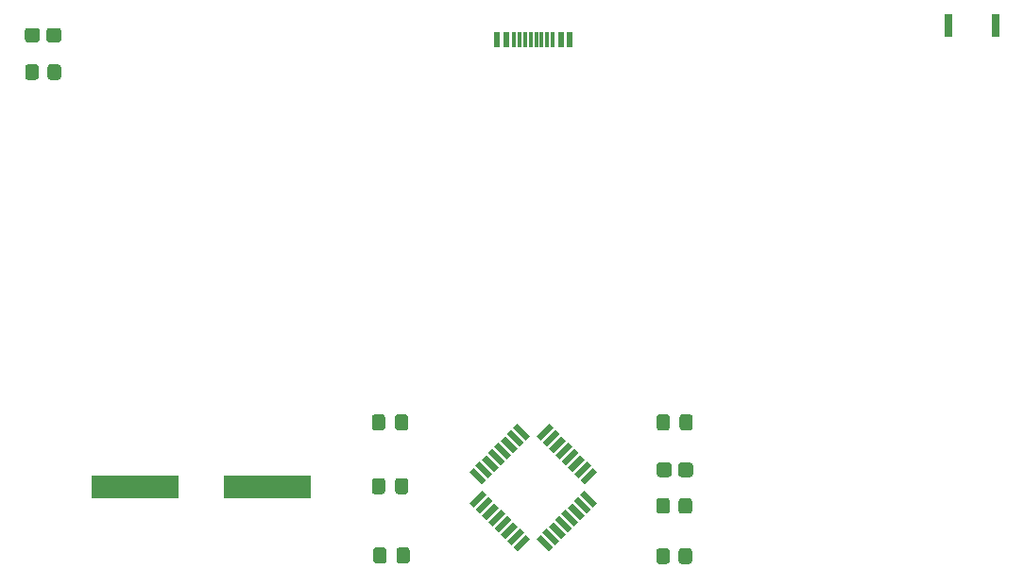
<source format=gtp>
%TF.GenerationSoftware,KiCad,Pcbnew,(5.1.10)-1*%
%TF.CreationDate,2021-08-25T15:30:51+02:00*%
%TF.ProjectId,Console,436f6e73-6f6c-4652-9e6b-696361645f70,v01*%
%TF.SameCoordinates,Original*%
%TF.FileFunction,Paste,Top*%
%TF.FilePolarity,Positive*%
%FSLAX46Y46*%
G04 Gerber Fmt 4.6, Leading zero omitted, Abs format (unit mm)*
G04 Created by KiCad (PCBNEW (5.1.10)-1) date 2021-08-25 15:30:51*
%MOMM*%
%LPD*%
G01*
G04 APERTURE LIST*
%ADD10R,0.800000X2.000000*%
%ADD11R,7.875000X2.000000*%
%ADD12R,0.600000X1.450000*%
%ADD13R,0.300000X1.450000*%
%ADD14C,0.100000*%
G04 APERTURE END LIST*
%TO.C,C1*%
G36*
G01*
X131789000Y-107663000D02*
X131789000Y-106713000D01*
G75*
G02*
X132039000Y-106463000I250000J0D01*
G01*
X132714000Y-106463000D01*
G75*
G02*
X132964000Y-106713000I0J-250000D01*
G01*
X132964000Y-107663000D01*
G75*
G02*
X132714000Y-107913000I-250000J0D01*
G01*
X132039000Y-107913000D01*
G75*
G02*
X131789000Y-107663000I0J250000D01*
G01*
G37*
G36*
G01*
X133864000Y-107663000D02*
X133864000Y-106713000D01*
G75*
G02*
X134114000Y-106463000I250000J0D01*
G01*
X134789000Y-106463000D01*
G75*
G02*
X135039000Y-106713000I0J-250000D01*
G01*
X135039000Y-107663000D01*
G75*
G02*
X134789000Y-107913000I-250000J0D01*
G01*
X134114000Y-107913000D01*
G75*
G02*
X133864000Y-107663000I0J250000D01*
G01*
G37*
%TD*%
%TO.C,C2*%
G36*
G01*
X133864000Y-113379000D02*
X133864000Y-112429000D01*
G75*
G02*
X134114000Y-112179000I250000J0D01*
G01*
X134789000Y-112179000D01*
G75*
G02*
X135039000Y-112429000I0J-250000D01*
G01*
X135039000Y-113379000D01*
G75*
G02*
X134789000Y-113629000I-250000J0D01*
G01*
X134114000Y-113629000D01*
G75*
G02*
X133864000Y-113379000I0J250000D01*
G01*
G37*
G36*
G01*
X131789000Y-113379000D02*
X131789000Y-112429000D01*
G75*
G02*
X132039000Y-112179000I250000J0D01*
G01*
X132714000Y-112179000D01*
G75*
G02*
X132964000Y-112429000I0J-250000D01*
G01*
X132964000Y-113379000D01*
G75*
G02*
X132714000Y-113629000I-250000J0D01*
G01*
X132039000Y-113629000D01*
G75*
G02*
X131789000Y-113379000I0J250000D01*
G01*
G37*
%TD*%
D10*
%TO.C,SW5*%
X183494000Y-71564500D03*
X187694000Y-71564500D03*
%TD*%
%TO.C,R2*%
G36*
G01*
X157277000Y-115132001D02*
X157277000Y-114231999D01*
G75*
G02*
X157526999Y-113982000I249999J0D01*
G01*
X158227001Y-113982000D01*
G75*
G02*
X158477000Y-114231999I0J-249999D01*
G01*
X158477000Y-115132001D01*
G75*
G02*
X158227001Y-115382000I-249999J0D01*
G01*
X157526999Y-115382000D01*
G75*
G02*
X157277000Y-115132001I0J249999D01*
G01*
G37*
G36*
G01*
X159277000Y-115132001D02*
X159277000Y-114231999D01*
G75*
G02*
X159526999Y-113982000I249999J0D01*
G01*
X160227001Y-113982000D01*
G75*
G02*
X160477000Y-114231999I0J-249999D01*
G01*
X160477000Y-115132001D01*
G75*
G02*
X160227001Y-115382000I-249999J0D01*
G01*
X159526999Y-115382000D01*
G75*
G02*
X159277000Y-115132001I0J249999D01*
G01*
G37*
%TD*%
%TO.C,D1*%
G36*
G01*
X157315000Y-111842001D02*
X157315000Y-111041999D01*
G75*
G02*
X157564999Y-110792000I249999J0D01*
G01*
X158390001Y-110792000D01*
G75*
G02*
X158640000Y-111041999I0J-249999D01*
G01*
X158640000Y-111842001D01*
G75*
G02*
X158390001Y-112092000I-249999J0D01*
G01*
X157564999Y-112092000D01*
G75*
G02*
X157315000Y-111842001I0J249999D01*
G01*
G37*
G36*
G01*
X159240000Y-111842001D02*
X159240000Y-111041999D01*
G75*
G02*
X159489999Y-110792000I249999J0D01*
G01*
X160315001Y-110792000D01*
G75*
G02*
X160565000Y-111041999I0J-249999D01*
G01*
X160565000Y-111842001D01*
G75*
G02*
X160315001Y-112092000I-249999J0D01*
G01*
X159489999Y-112092000D01*
G75*
G02*
X159240000Y-111842001I0J249999D01*
G01*
G37*
%TD*%
D11*
%TO.C,Y1*%
X122396500Y-112966000D03*
X110521500Y-112966000D03*
%TD*%
D12*
%TO.C,J2*%
X149503000Y-72862200D03*
X148703000Y-72862200D03*
D13*
X146503000Y-72862200D03*
X147003000Y-72862200D03*
X147503000Y-72862200D03*
X148003000Y-72862200D03*
X146003000Y-72862200D03*
X145503000Y-72862200D03*
X145003000Y-72862200D03*
X144503000Y-72862200D03*
D12*
X143803000Y-72862200D03*
X143003000Y-72862200D03*
%TD*%
%TO.C,C3*%
G36*
G01*
X131915000Y-119601000D02*
X131915000Y-118651000D01*
G75*
G02*
X132165000Y-118401000I250000J0D01*
G01*
X132840000Y-118401000D01*
G75*
G02*
X133090000Y-118651000I0J-250000D01*
G01*
X133090000Y-119601000D01*
G75*
G02*
X132840000Y-119851000I-250000J0D01*
G01*
X132165000Y-119851000D01*
G75*
G02*
X131915000Y-119601000I0J250000D01*
G01*
G37*
G36*
G01*
X133990000Y-119601000D02*
X133990000Y-118651000D01*
G75*
G02*
X134240000Y-118401000I250000J0D01*
G01*
X134915000Y-118401000D01*
G75*
G02*
X135165000Y-118651000I0J-250000D01*
G01*
X135165000Y-119601000D01*
G75*
G02*
X134915000Y-119851000I-250000J0D01*
G01*
X134240000Y-119851000D01*
G75*
G02*
X133990000Y-119601000I0J250000D01*
G01*
G37*
%TD*%
%TO.C,R1*%
G36*
G01*
X157277000Y-119640001D02*
X157277000Y-118739999D01*
G75*
G02*
X157526999Y-118490000I249999J0D01*
G01*
X158227001Y-118490000D01*
G75*
G02*
X158477000Y-118739999I0J-249999D01*
G01*
X158477000Y-119640001D01*
G75*
G02*
X158227001Y-119890000I-249999J0D01*
G01*
X157526999Y-119890000D01*
G75*
G02*
X157277000Y-119640001I0J249999D01*
G01*
G37*
G36*
G01*
X159277000Y-119640001D02*
X159277000Y-118739999D01*
G75*
G02*
X159526999Y-118490000I249999J0D01*
G01*
X160227001Y-118490000D01*
G75*
G02*
X160477000Y-118739999I0J-249999D01*
G01*
X160477000Y-119640001D01*
G75*
G02*
X160227001Y-119890000I-249999J0D01*
G01*
X159526999Y-119890000D01*
G75*
G02*
X159277000Y-119640001I0J249999D01*
G01*
G37*
%TD*%
D14*
%TO.C,U1*%
G36*
X140883666Y-114815445D02*
G01*
X140494757Y-114426536D01*
X141626128Y-113295165D01*
X142015037Y-113684074D01*
X140883666Y-114815445D01*
G37*
G36*
X141449352Y-115381130D02*
G01*
X141060443Y-114992221D01*
X142191814Y-113860850D01*
X142580723Y-114249759D01*
X141449352Y-115381130D01*
G37*
G36*
X142015037Y-115946816D02*
G01*
X141626128Y-115557907D01*
X142757499Y-114426536D01*
X143146408Y-114815445D01*
X142015037Y-115946816D01*
G37*
G36*
X142580722Y-116512501D02*
G01*
X142191813Y-116123592D01*
X143323184Y-114992221D01*
X143712093Y-115381130D01*
X142580722Y-116512501D01*
G37*
G36*
X143146408Y-117078187D02*
G01*
X142757499Y-116689278D01*
X143888870Y-115557907D01*
X144277779Y-115946816D01*
X143146408Y-117078187D01*
G37*
G36*
X143712093Y-117643872D02*
G01*
X143323184Y-117254963D01*
X144454555Y-116123592D01*
X144843464Y-116512501D01*
X143712093Y-117643872D01*
G37*
G36*
X144277779Y-118209557D02*
G01*
X143888870Y-117820648D01*
X145020241Y-116689277D01*
X145409150Y-117078186D01*
X144277779Y-118209557D01*
G37*
G36*
X144843464Y-118775243D02*
G01*
X144454555Y-118386334D01*
X145585926Y-117254963D01*
X145974835Y-117643872D01*
X144843464Y-118775243D01*
G37*
G36*
X148025445Y-118386334D02*
G01*
X147636536Y-118775243D01*
X146505165Y-117643872D01*
X146894074Y-117254963D01*
X148025445Y-118386334D01*
G37*
G36*
X148591130Y-117820648D02*
G01*
X148202221Y-118209557D01*
X147070850Y-117078186D01*
X147459759Y-116689277D01*
X148591130Y-117820648D01*
G37*
G36*
X149156816Y-117254963D02*
G01*
X148767907Y-117643872D01*
X147636536Y-116512501D01*
X148025445Y-116123592D01*
X149156816Y-117254963D01*
G37*
G36*
X149722501Y-116689278D02*
G01*
X149333592Y-117078187D01*
X148202221Y-115946816D01*
X148591130Y-115557907D01*
X149722501Y-116689278D01*
G37*
G36*
X150288187Y-116123592D02*
G01*
X149899278Y-116512501D01*
X148767907Y-115381130D01*
X149156816Y-114992221D01*
X150288187Y-116123592D01*
G37*
G36*
X150853872Y-115557907D02*
G01*
X150464963Y-115946816D01*
X149333592Y-114815445D01*
X149722501Y-114426536D01*
X150853872Y-115557907D01*
G37*
G36*
X151419557Y-114992221D02*
G01*
X151030648Y-115381130D01*
X149899277Y-114249759D01*
X150288186Y-113860850D01*
X151419557Y-114992221D01*
G37*
G36*
X151985243Y-114426536D02*
G01*
X151596334Y-114815445D01*
X150464963Y-113684074D01*
X150853872Y-113295165D01*
X151985243Y-114426536D01*
G37*
G36*
X150853872Y-112764835D02*
G01*
X150464963Y-112375926D01*
X151596334Y-111244555D01*
X151985243Y-111633464D01*
X150853872Y-112764835D01*
G37*
G36*
X150288186Y-112199150D02*
G01*
X149899277Y-111810241D01*
X151030648Y-110678870D01*
X151419557Y-111067779D01*
X150288186Y-112199150D01*
G37*
G36*
X149722501Y-111633464D02*
G01*
X149333592Y-111244555D01*
X150464963Y-110113184D01*
X150853872Y-110502093D01*
X149722501Y-111633464D01*
G37*
G36*
X149156816Y-111067779D02*
G01*
X148767907Y-110678870D01*
X149899278Y-109547499D01*
X150288187Y-109936408D01*
X149156816Y-111067779D01*
G37*
G36*
X148591130Y-110502093D02*
G01*
X148202221Y-110113184D01*
X149333592Y-108981813D01*
X149722501Y-109370722D01*
X148591130Y-110502093D01*
G37*
G36*
X148025445Y-109936408D02*
G01*
X147636536Y-109547499D01*
X148767907Y-108416128D01*
X149156816Y-108805037D01*
X148025445Y-109936408D01*
G37*
G36*
X147459759Y-109370723D02*
G01*
X147070850Y-108981814D01*
X148202221Y-107850443D01*
X148591130Y-108239352D01*
X147459759Y-109370723D01*
G37*
G36*
X146894074Y-108805037D02*
G01*
X146505165Y-108416128D01*
X147636536Y-107284757D01*
X148025445Y-107673666D01*
X146894074Y-108805037D01*
G37*
G36*
X145974835Y-108416128D02*
G01*
X145585926Y-108805037D01*
X144454555Y-107673666D01*
X144843464Y-107284757D01*
X145974835Y-108416128D01*
G37*
G36*
X145409150Y-108981814D02*
G01*
X145020241Y-109370723D01*
X143888870Y-108239352D01*
X144277779Y-107850443D01*
X145409150Y-108981814D01*
G37*
G36*
X144843464Y-109547499D02*
G01*
X144454555Y-109936408D01*
X143323184Y-108805037D01*
X143712093Y-108416128D01*
X144843464Y-109547499D01*
G37*
G36*
X144277779Y-110113184D02*
G01*
X143888870Y-110502093D01*
X142757499Y-109370722D01*
X143146408Y-108981813D01*
X144277779Y-110113184D01*
G37*
G36*
X143712093Y-110678870D02*
G01*
X143323184Y-111067779D01*
X142191813Y-109936408D01*
X142580722Y-109547499D01*
X143712093Y-110678870D01*
G37*
G36*
X143146408Y-111244555D02*
G01*
X142757499Y-111633464D01*
X141626128Y-110502093D01*
X142015037Y-110113184D01*
X143146408Y-111244555D01*
G37*
G36*
X142580723Y-111810241D02*
G01*
X142191814Y-112199150D01*
X141060443Y-111067779D01*
X141449352Y-110678870D01*
X142580723Y-111810241D01*
G37*
G36*
X142015037Y-112375926D02*
G01*
X141626128Y-112764835D01*
X140494757Y-111633464D01*
X140883666Y-111244555D01*
X142015037Y-112375926D01*
G37*
%TD*%
%TO.C,D2*%
G36*
G01*
X103939000Y-72053499D02*
X103939000Y-72853501D01*
G75*
G02*
X103689001Y-73103500I-249999J0D01*
G01*
X102863999Y-73103500D01*
G75*
G02*
X102614000Y-72853501I0J249999D01*
G01*
X102614000Y-72053499D01*
G75*
G02*
X102863999Y-71803500I249999J0D01*
G01*
X103689001Y-71803500D01*
G75*
G02*
X103939000Y-72053499I0J-249999D01*
G01*
G37*
G36*
G01*
X102014000Y-72053499D02*
X102014000Y-72853501D01*
G75*
G02*
X101764001Y-73103500I-249999J0D01*
G01*
X100938999Y-73103500D01*
G75*
G02*
X100689000Y-72853501I0J249999D01*
G01*
X100689000Y-72053499D01*
G75*
G02*
X100938999Y-71803500I249999J0D01*
G01*
X101764001Y-71803500D01*
G75*
G02*
X102014000Y-72053499I0J-249999D01*
G01*
G37*
%TD*%
%TO.C,R3*%
G36*
G01*
X103914000Y-75305499D02*
X103914000Y-76205501D01*
G75*
G02*
X103664001Y-76455500I-249999J0D01*
G01*
X102963999Y-76455500D01*
G75*
G02*
X102714000Y-76205501I0J249999D01*
G01*
X102714000Y-75305499D01*
G75*
G02*
X102963999Y-75055500I249999J0D01*
G01*
X103664001Y-75055500D01*
G75*
G02*
X103914000Y-75305499I0J-249999D01*
G01*
G37*
G36*
G01*
X101914000Y-75305499D02*
X101914000Y-76205501D01*
G75*
G02*
X101664001Y-76455500I-249999J0D01*
G01*
X100963999Y-76455500D01*
G75*
G02*
X100714000Y-76205501I0J249999D01*
G01*
X100714000Y-75305499D01*
G75*
G02*
X100963999Y-75055500I249999J0D01*
G01*
X101664001Y-75055500D01*
G75*
G02*
X101914000Y-75305499I0J-249999D01*
G01*
G37*
%TD*%
%TO.C,C4*%
G36*
G01*
X157294000Y-107663000D02*
X157294000Y-106713000D01*
G75*
G02*
X157544000Y-106463000I250000J0D01*
G01*
X158219000Y-106463000D01*
G75*
G02*
X158469000Y-106713000I0J-250000D01*
G01*
X158469000Y-107663000D01*
G75*
G02*
X158219000Y-107913000I-250000J0D01*
G01*
X157544000Y-107913000D01*
G75*
G02*
X157294000Y-107663000I0J250000D01*
G01*
G37*
G36*
G01*
X159369000Y-107663000D02*
X159369000Y-106713000D01*
G75*
G02*
X159619000Y-106463000I250000J0D01*
G01*
X160294000Y-106463000D01*
G75*
G02*
X160544000Y-106713000I0J-250000D01*
G01*
X160544000Y-107663000D01*
G75*
G02*
X160294000Y-107913000I-250000J0D01*
G01*
X159619000Y-107913000D01*
G75*
G02*
X159369000Y-107663000I0J250000D01*
G01*
G37*
%TD*%
M02*

</source>
